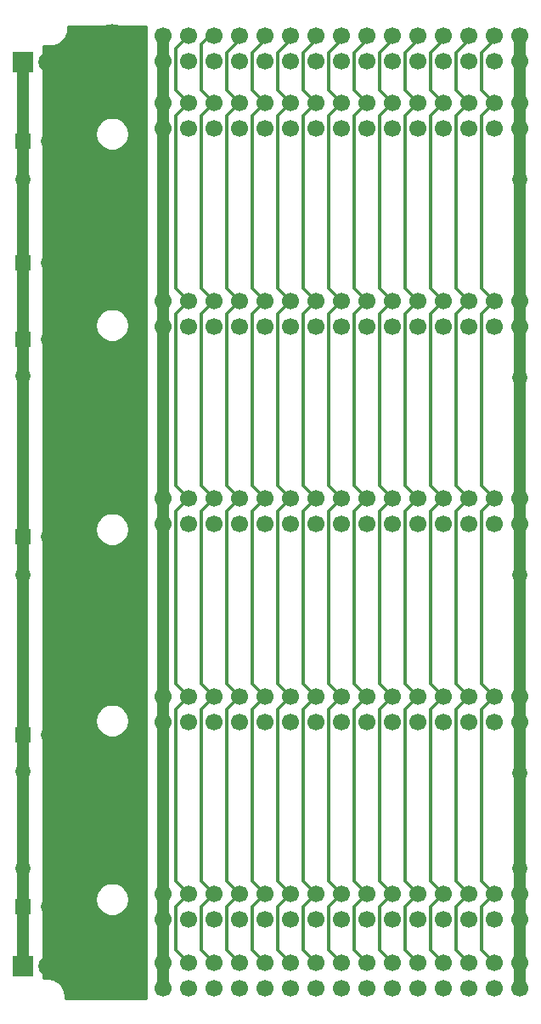
<source format=gbr>
G04 DipTrace 4.3.0.5*
G04 2 - Bottom.gbr*
%MOMM*%
G04 #@! TF.FileFunction,Copper,L2,Bot*
G04 #@! TF.Part,Single*
G04 #@! TA.AperFunction,Conductor*
%ADD16C,1.0*%
%ADD17C,0.3302*%
%ADD18C,1.2*%
G04 #@! TA.AperFunction,CopperBalancing*
%ADD19C,0.381*%
G04 #@! TA.AperFunction,ComponentPad*
%ADD24C,1.7*%
%ADD25R,1.5X1.5*%
%ADD26C,1.5*%
%ADD27R,2.0X2.0*%
%ADD28C,2.0*%
%ADD29C,4.0*%
%FSLAX35Y35*%
G04*
G71*
G90*
G75*
G01*
G04 Bottom*
%LPD*%
X-1143000Y812127D2*
D16*
Y224750D1*
Y9225877D2*
X-508000D1*
Y9398000D1*
Y129500D2*
X-762000D1*
Y1526503D1*
X-508000D1*
X-762000D2*
Y3558503D1*
X-508000D1*
X-762000D2*
Y5463500D1*
X-508000D1*
X-762000D2*
Y7495503D1*
X-508000D1*
X-1143000Y9225877D2*
Y8432127D1*
X-762000Y7495503D2*
Y9398000D1*
X-508000D1*
X-1143000Y7225627D2*
Y6463627D1*
Y8432127D2*
D17*
Y7225627D1*
Y6463627D2*
Y4495127D1*
Y2526623D1*
Y812127D1*
X3556000Y9483877D2*
D18*
Y9229877D1*
Y8813127D2*
Y8559127D1*
Y8051123D1*
Y6844627D1*
Y6590627D1*
Y6082627D1*
Y4876127D1*
Y4622127D1*
Y4114127D1*
Y2907627D1*
Y2145627D1*
Y1193127D1*
Y939123D1*
Y685123D1*
Y254000D1*
Y0D1*
Y2907627D2*
Y2653627D1*
Y9229877D2*
Y8813127D1*
X0Y9483877D2*
Y9229877D1*
Y8813127D1*
Y8559127D1*
Y6844627D1*
Y6590627D1*
Y4876127D1*
Y4622127D1*
Y2907627D1*
Y2653627D1*
Y939123D1*
Y685123D1*
Y254000D1*
Y0D1*
X-1397000Y9225877D2*
Y8432127D1*
Y7225627D1*
Y6463627D1*
Y4495127D1*
Y2526623D1*
Y812127D1*
Y224750D1*
X254000Y8813123D2*
D17*
X127000Y8686127D1*
Y6971623D1*
X254000Y6844627D1*
X127000Y6717627D1*
Y5003127D1*
X254000Y4876127D1*
X127000Y4749127D1*
Y3034627D1*
X254000Y2907627D1*
X127000Y2780627D1*
Y1066120D1*
X254000Y939123D1*
X127000Y812123D1*
Y381000D1*
X254000Y254000D1*
Y8813123D2*
X127000Y8940123D1*
Y9356877D1*
X254000Y9483877D1*
X508000D2*
X466877D1*
X381000Y9398000D1*
Y8940123D1*
X508000Y8813123D1*
X381000Y8686127D1*
Y6971623D1*
X508000Y6844627D1*
X381000Y6717627D1*
Y5003127D1*
X508000Y4876127D1*
X381000Y4749127D1*
Y3034627D1*
X508000Y2907627D1*
X381000Y2780627D1*
Y1066120D1*
X508000Y939123D1*
X381000Y812123D1*
Y381000D1*
X508000Y254000D1*
X762000Y9483877D2*
Y9445623D1*
X635000Y9318623D1*
Y8940123D1*
X762000Y8813123D1*
X635000Y8686127D1*
Y6971623D1*
X762000Y6844627D1*
X635000Y6717627D1*
Y5003127D1*
X762000Y4876127D1*
X635000Y4749127D1*
Y3034627D1*
X762000Y2907627D1*
X635000Y2780627D1*
Y1066120D1*
X762000Y939123D1*
X635000Y812123D1*
Y381000D1*
X762000Y254000D1*
X1016000Y9483877D2*
Y9445623D1*
X889000Y9318623D1*
Y8940123D1*
X1016000Y8813123D1*
X889000Y8686127D1*
Y6971623D1*
X1016000Y6844627D1*
X889000Y6717627D1*
Y5003127D1*
X1016000Y4876127D1*
X889000Y4749127D1*
Y3034627D1*
X1016000Y2907627D1*
X889000Y2780627D1*
Y1066120D1*
X1016000Y939123D1*
X889000Y812123D1*
Y381000D1*
X1016000Y254000D1*
X1270000Y9483877D2*
Y9445623D1*
X1143000Y9318623D1*
Y8940123D1*
X1270000Y8813123D1*
X1143000Y8686127D1*
Y6971623D1*
X1270000Y6844627D1*
X1143000Y6717627D1*
Y5003127D1*
X1270000Y4876127D1*
X1143000Y4749127D1*
Y3034627D1*
X1270000Y2907627D1*
X1143000Y2780627D1*
Y1066120D1*
X1270000Y939123D1*
X1143000Y812123D1*
Y381000D1*
X1270000Y254000D1*
X1524000Y9483877D2*
Y9445623D1*
X1397000Y9318623D1*
Y8940123D1*
X1524000Y8813123D1*
X1397000Y8686127D1*
Y6971623D1*
X1524000Y6844627D1*
X1397000Y6717627D1*
Y5003127D1*
X1524000Y4876127D1*
X1397000Y4749127D1*
Y3034627D1*
X1524000Y2907627D1*
X1397000Y2780627D1*
Y1066120D1*
X1524000Y939123D1*
X1397000Y812123D1*
Y381000D1*
X1524000Y254000D1*
X1778000Y9483877D2*
Y9445623D1*
X1651000Y9318623D1*
Y8940123D1*
X1778000Y8813123D1*
X1651000Y8686127D1*
Y6971623D1*
X1778000Y6844627D1*
X1651000Y6717627D1*
Y5003127D1*
X1778000Y4876127D1*
X1651000Y4749127D1*
Y3034627D1*
X1778000Y2907627D1*
X1651000Y2780627D1*
Y1066120D1*
X1778000Y939123D1*
X1651000Y812123D1*
Y381000D1*
X1778000Y254000D1*
X2032000Y9483877D2*
Y9445623D1*
X1905000Y9318623D1*
Y8940123D1*
X2032000Y8813123D1*
X1905000Y8686127D1*
Y6971623D1*
X2032000Y6844627D1*
X1905000Y6717627D1*
Y5003127D1*
X2032000Y4876127D1*
X1905000Y4749127D1*
Y3034627D1*
X2032000Y2907627D1*
X1905000Y2780627D1*
Y1066120D1*
X2032000Y939123D1*
X1905000Y812123D1*
Y381000D1*
X2032000Y254000D1*
X2286000Y9483877D2*
Y9445623D1*
X2159000Y9318623D1*
Y8940123D1*
X2286000Y8813123D1*
X2159000Y8686127D1*
Y6971623D1*
X2286000Y6844627D1*
X2159000Y6717627D1*
Y5003127D1*
X2286000Y4876127D1*
X2159000Y4749127D1*
Y3034627D1*
X2286000Y2907627D1*
X2159000Y2780627D1*
Y1066120D1*
X2286000Y939123D1*
X2159000Y812123D1*
Y381000D1*
X2286000Y254000D1*
X2540000Y9483877D2*
Y9445623D1*
X2413000Y9318623D1*
Y8940123D1*
X2540000Y8813123D1*
X2413000Y8686127D1*
Y6971623D1*
X2540000Y6844627D1*
X2413000Y6717627D1*
Y5003127D1*
X2540000Y4876127D1*
X2413000Y4749127D1*
Y3034627D1*
X2540000Y2907627D1*
X2413000Y2780627D1*
Y1066120D1*
X2540000Y939123D1*
X2413000Y812123D1*
Y381000D1*
X2540000Y254000D1*
X2794000Y9483877D2*
Y9445623D1*
X2667000Y9318623D1*
Y8940123D1*
X2794000Y8813123D1*
X2667000Y8686127D1*
Y6971623D1*
X2794000Y6844627D1*
X2667000Y6717627D1*
Y5003127D1*
X2794000Y4876127D1*
X2667000Y4749127D1*
Y3034627D1*
X2794000Y2907627D1*
X2667000Y2780627D1*
Y1066120D1*
X2794000Y939123D1*
X2667000Y812123D1*
Y381000D1*
X2794000Y254000D1*
X3048000Y9483877D2*
Y9445623D1*
X2921000Y9318623D1*
Y8940123D1*
X3048000Y8813123D1*
X2921000Y8686127D1*
Y6971623D1*
X3048000Y6844627D1*
X2921000Y6717627D1*
Y5003127D1*
X3048000Y4876127D1*
X2921000Y4749127D1*
Y3034627D1*
X3048000Y2907627D1*
X2921000Y2780627D1*
Y1066120D1*
X3048000Y939123D1*
X2921000Y812123D1*
Y381000D1*
X3048000Y254000D1*
X3302000Y9483877D2*
Y9445623D1*
X3175000Y9318623D1*
Y8940123D1*
X3302000Y8813123D1*
X3175000Y8686127D1*
Y6971623D1*
X3302000Y6844627D1*
X3175000Y6717627D1*
Y5003127D1*
X3302000Y4876127D1*
X3175000Y4749127D1*
Y3034627D1*
X3302000Y2907627D1*
X3175000Y2780627D1*
Y1066120D1*
X3302000Y939123D1*
X3175000Y812123D1*
Y381000D1*
X3302000Y254000D1*
X-934520Y9531683D2*
D19*
X-181630D1*
X-943970Y9493917D2*
X-181630D1*
X-962760Y9456150D2*
X-181630D1*
X-995280Y9418383D2*
X-181630D1*
X-1061620Y9380617D2*
X-181630D1*
X-1183620Y9342850D2*
X-181630D1*
X-1183620Y9305083D2*
X-181630D1*
X-1183620Y9267317D2*
X-181630D1*
X-1183620Y9229550D2*
X-181630D1*
X-1183620Y9191783D2*
X-181630D1*
X-1183620Y9154017D2*
X-181630D1*
X-1183620Y9116250D2*
X-181630D1*
X-1183620Y9078483D2*
X-181630D1*
X-1183620Y9040717D2*
X-181630D1*
X-1183620Y9002950D2*
X-181630D1*
X-1183620Y8965183D2*
X-181630D1*
X-1183620Y8927417D2*
X-181630D1*
X-1183620Y8889650D2*
X-181630D1*
X-1183620Y8851883D2*
X-181630D1*
X-1183620Y8814117D2*
X-181630D1*
X-1183620Y8776350D2*
X-181630D1*
X-1183620Y8738583D2*
X-181630D1*
X-1183620Y8700817D2*
X-181630D1*
X-1183620Y8663050D2*
X-594440D1*
X-421547D2*
X-181630D1*
X-1183620Y8625283D2*
X-642327D1*
X-373660D2*
X-181630D1*
X-1183620Y8587517D2*
X-668000D1*
X-347990D2*
X-181630D1*
X-1183620Y8549750D2*
X-681803D1*
X-334183D2*
X-181630D1*
X-1183620Y8511983D2*
X-686603D1*
X-329387D2*
X-181630D1*
X-1183620Y8474217D2*
X-683143D1*
X-332883D2*
X-181630D1*
X-1183620Y8436450D2*
X-670863D1*
X-345160D2*
X-181630D1*
X-1183620Y8398683D2*
X-647423D1*
X-368563D2*
X-181630D1*
X-1183620Y8360917D2*
X-604710D1*
X-411277D2*
X-181630D1*
X-1183620Y8323150D2*
X-181630D1*
X-1183620Y8285383D2*
X-181630D1*
X-1183620Y8247617D2*
X-181630D1*
X-1183620Y8209850D2*
X-181630D1*
X-1183620Y8172083D2*
X-181630D1*
X-1183620Y8134317D2*
X-181630D1*
X-1183620Y8096550D2*
X-181630D1*
X-1183620Y8058783D2*
X-181630D1*
X-1183620Y8021017D2*
X-181630D1*
X-1183620Y7983250D2*
X-181630D1*
X-1183620Y7945483D2*
X-181630D1*
X-1183620Y7907717D2*
X-181630D1*
X-1183620Y7869950D2*
X-181630D1*
X-1183620Y7832183D2*
X-181630D1*
X-1183620Y7794417D2*
X-181630D1*
X-1183620Y7756650D2*
X-181630D1*
X-1183620Y7718883D2*
X-181630D1*
X-1183620Y7681117D2*
X-181630D1*
X-1183620Y7643350D2*
X-181630D1*
X-1183620Y7605583D2*
X-181630D1*
X-1183620Y7567817D2*
X-181630D1*
X-1183620Y7530050D2*
X-181630D1*
X-1183620Y7492283D2*
X-181630D1*
X-1183620Y7454517D2*
X-181630D1*
X-1183620Y7416750D2*
X-181630D1*
X-1183620Y7378983D2*
X-181630D1*
X-1183620Y7341217D2*
X-181630D1*
X-1183620Y7303450D2*
X-181630D1*
X-1183620Y7265683D2*
X-181630D1*
X-1183620Y7227917D2*
X-181630D1*
X-1183620Y7190150D2*
X-181630D1*
X-1183620Y7152383D2*
X-181630D1*
X-1183620Y7114617D2*
X-181630D1*
X-1183620Y7076850D2*
X-181630D1*
X-1183620Y7039083D2*
X-181630D1*
X-1183620Y7001317D2*
X-181630D1*
X-1183620Y6963550D2*
X-181630D1*
X-1183620Y6925783D2*
X-181630D1*
X-1183620Y6888017D2*
X-181630D1*
X-1183620Y6850250D2*
X-181630D1*
X-1183620Y6812483D2*
X-181630D1*
X-1183620Y6774717D2*
X-549420D1*
X-466567D2*
X-181630D1*
X-1183620Y6736950D2*
X-625323D1*
X-390703D2*
X-181630D1*
X-1183620Y6699183D2*
X-658437D1*
X-357550D2*
X-181630D1*
X-1183620Y6661417D2*
X-676930D1*
X-339060D2*
X-181630D1*
X-1183620Y6623650D2*
X-685523D1*
X-330500D2*
X-181630D1*
X-1183620Y6585883D2*
X-685673D1*
X-330317D2*
X-181630D1*
X-1183620Y6548117D2*
X-677450D1*
X-338537D2*
X-181630D1*
X-1183620Y6510350D2*
X-659403D1*
X-356583D2*
X-181630D1*
X-1183620Y6472583D2*
X-627070D1*
X-388917D2*
X-181630D1*
X-1183620Y6434817D2*
X-555820D1*
X-460207D2*
X-181630D1*
X-1183620Y6397050D2*
X-181630D1*
X-1183620Y6359283D2*
X-181630D1*
X-1183620Y6321517D2*
X-181630D1*
X-1183620Y6283750D2*
X-181630D1*
X-1183620Y6245983D2*
X-181630D1*
X-1183620Y6208217D2*
X-181630D1*
X-1183620Y6170450D2*
X-181630D1*
X-1183620Y6132683D2*
X-181630D1*
X-1183620Y6094917D2*
X-181630D1*
X-1183620Y6057150D2*
X-181630D1*
X-1183620Y6019383D2*
X-181630D1*
X-1183620Y5981617D2*
X-181630D1*
X-1183620Y5943850D2*
X-181630D1*
X-1183620Y5906083D2*
X-181630D1*
X-1183620Y5868317D2*
X-181630D1*
X-1183620Y5830550D2*
X-181630D1*
X-1183620Y5792783D2*
X-181630D1*
X-1183620Y5755017D2*
X-181630D1*
X-1183620Y5717250D2*
X-181630D1*
X-1183620Y5679483D2*
X-181630D1*
X-1183620Y5641717D2*
X-181630D1*
X-1183620Y5603950D2*
X-181630D1*
X-1183620Y5566183D2*
X-181630D1*
X-1183620Y5528417D2*
X-181630D1*
X-1183620Y5490650D2*
X-181630D1*
X-1183620Y5452883D2*
X-181630D1*
X-1183620Y5415117D2*
X-181630D1*
X-1183620Y5377350D2*
X-181630D1*
X-1183620Y5339583D2*
X-181630D1*
X-1183620Y5301817D2*
X-181630D1*
X-1183620Y5264050D2*
X-181630D1*
X-1183620Y5226283D2*
X-181630D1*
X-1183620Y5188517D2*
X-181630D1*
X-1183620Y5150750D2*
X-181630D1*
X-1183620Y5112983D2*
X-181630D1*
X-1183620Y5075217D2*
X-181630D1*
X-1183620Y5037450D2*
X-181630D1*
X-1183620Y4999683D2*
X-181630D1*
X-1183620Y4961917D2*
X-181630D1*
X-1183620Y4924150D2*
X-181630D1*
X-1183620Y4886383D2*
X-181630D1*
X-1183620Y4848617D2*
X-181630D1*
X-1183620Y4810850D2*
X-181630D1*
X-1183620Y4773083D2*
X-181630D1*
X-1183620Y4735317D2*
X-574163D1*
X-441863D2*
X-181630D1*
X-1183620Y4697550D2*
X-633433D1*
X-382553D2*
X-181630D1*
X-1183620Y4659783D2*
X-662977D1*
X-353010D2*
X-181630D1*
X-1183620Y4622017D2*
X-679310D1*
X-336677D2*
X-181630D1*
X-1183620Y4584250D2*
X-686193D1*
X-329793D2*
X-181630D1*
X-1183620Y4546483D2*
X-684743D1*
X-331247D2*
X-181630D1*
X-1183620Y4508717D2*
X-674770D1*
X-341217D2*
X-181630D1*
X-1183620Y4470950D2*
X-654457D1*
X-361533D2*
X-181630D1*
X-1183620Y4433183D2*
X-618067D1*
X-397957D2*
X-181630D1*
X-1183620Y4395417D2*
X-181630D1*
X-1183620Y4357650D2*
X-181630D1*
X-1183620Y4319883D2*
X-181630D1*
X-1183620Y4282117D2*
X-181630D1*
X-1183620Y4244350D2*
X-181630D1*
X-1183620Y4206583D2*
X-181630D1*
X-1183620Y4168817D2*
X-181630D1*
X-1183620Y4131050D2*
X-181630D1*
X-1183620Y4093283D2*
X-181630D1*
X-1183620Y4055517D2*
X-181630D1*
X-1183620Y4017750D2*
X-181630D1*
X-1183620Y3979983D2*
X-181630D1*
X-1183620Y3942217D2*
X-181630D1*
X-1183620Y3904450D2*
X-181630D1*
X-1183620Y3866683D2*
X-181630D1*
X-1183620Y3828917D2*
X-181630D1*
X-1183620Y3791150D2*
X-181630D1*
X-1183620Y3753383D2*
X-181630D1*
X-1183620Y3715617D2*
X-181630D1*
X-1183620Y3677850D2*
X-181630D1*
X-1183620Y3640083D2*
X-181630D1*
X-1183620Y3602317D2*
X-181630D1*
X-1183620Y3564550D2*
X-181630D1*
X-1183620Y3526783D2*
X-181630D1*
X-1183620Y3489017D2*
X-181630D1*
X-1183620Y3451250D2*
X-181630D1*
X-1183620Y3413483D2*
X-181630D1*
X-1183620Y3375717D2*
X-181630D1*
X-1183620Y3337950D2*
X-181630D1*
X-1183620Y3300183D2*
X-181630D1*
X-1183620Y3262417D2*
X-181630D1*
X-1183620Y3224650D2*
X-181630D1*
X-1183620Y3186883D2*
X-181630D1*
X-1183620Y3149117D2*
X-181630D1*
X-1183620Y3111350D2*
X-181630D1*
X-1183620Y3073583D2*
X-181630D1*
X-1183620Y3035817D2*
X-181630D1*
X-1183620Y2998050D2*
X-181630D1*
X-1183620Y2960283D2*
X-181630D1*
X-1183620Y2922517D2*
X-181630D1*
X-1183620Y2884750D2*
X-181630D1*
X-1183620Y2846983D2*
X-181630D1*
X-1183620Y2809217D2*
X-613453D1*
X-402533D2*
X-181630D1*
X-1183620Y2771450D2*
X-652000D1*
X-364023D2*
X-181630D1*
X-1183620Y2733683D2*
X-673393D1*
X-342593D2*
X-181630D1*
X-1183620Y2695917D2*
X-684220D1*
X-331803D2*
X-181630D1*
X-1183620Y2658150D2*
X-686417D1*
X-329610D2*
X-181630D1*
X-1183620Y2620383D2*
X-680277D1*
X-335710D2*
X-181630D1*
X-1183620Y2582617D2*
X-664910D1*
X-351077D2*
X-181630D1*
X-1183620Y2544850D2*
X-636857D1*
X-379130D2*
X-181630D1*
X-1183620Y2507083D2*
X-582423D1*
X-433563D2*
X-181630D1*
X-1183620Y2469317D2*
X-181630D1*
X-1183620Y2431550D2*
X-181630D1*
X-1183620Y2393783D2*
X-181630D1*
X-1183620Y2356017D2*
X-181630D1*
X-1183620Y2318250D2*
X-181630D1*
X-1183620Y2280483D2*
X-181630D1*
X-1183620Y2242717D2*
X-181630D1*
X-1183620Y2204950D2*
X-181630D1*
X-1183620Y2167183D2*
X-181630D1*
X-1183620Y2129417D2*
X-181630D1*
X-1183620Y2091650D2*
X-181630D1*
X-1183620Y2053883D2*
X-181630D1*
X-1183620Y2016117D2*
X-181630D1*
X-1183620Y1978350D2*
X-181630D1*
X-1183620Y1940583D2*
X-181630D1*
X-1183620Y1902817D2*
X-181630D1*
X-1183620Y1865050D2*
X-181630D1*
X-1183620Y1827283D2*
X-181630D1*
X-1183620Y1789517D2*
X-181630D1*
X-1183620Y1751750D2*
X-181630D1*
X-1183620Y1713983D2*
X-181630D1*
X-1183620Y1676217D2*
X-181630D1*
X-1183620Y1638450D2*
X-181630D1*
X-1183620Y1600683D2*
X-181630D1*
X-1183620Y1562917D2*
X-181630D1*
X-1183620Y1525150D2*
X-181630D1*
X-1183620Y1487383D2*
X-181630D1*
X-1183620Y1449617D2*
X-181630D1*
X-1183620Y1411850D2*
X-181630D1*
X-1183620Y1374083D2*
X-181630D1*
X-1183620Y1336317D2*
X-181630D1*
X-1183620Y1298550D2*
X-181630D1*
X-1183620Y1260783D2*
X-181630D1*
X-1183620Y1223017D2*
X-181630D1*
X-1183620Y1185250D2*
X-181630D1*
X-1183620Y1147483D2*
X-181630D1*
X-1183620Y1109717D2*
X-181630D1*
X-1183620Y1071950D2*
X-181630D1*
X-1183620Y1034183D2*
X-609173D1*
X-406813D2*
X-181630D1*
X-1183620Y996417D2*
X-649730D1*
X-366257D2*
X-181630D1*
X-1183620Y958650D2*
X-672130D1*
X-343860D2*
X-181630D1*
X-1183620Y920883D2*
X-683700D1*
X-332323D2*
X-181630D1*
X-1183620Y883117D2*
X-686527D1*
X-329460D2*
X-181630D1*
X-1183620Y845350D2*
X-681097D1*
X-334930D2*
X-181630D1*
X-1183620Y807583D2*
X-666510D1*
X-349477D2*
X-181630D1*
X-1183620Y769817D2*
X-639683D1*
X-376303D2*
X-181630D1*
X-1183620Y732050D2*
X-588787D1*
X-427203D2*
X-181630D1*
X-1183620Y694283D2*
X-181630D1*
X-1183620Y656517D2*
X-181630D1*
X-1183620Y618750D2*
X-181630D1*
X-1183620Y580983D2*
X-181630D1*
X-1183620Y543217D2*
X-181630D1*
X-1183620Y505450D2*
X-181630D1*
X-1183620Y467683D2*
X-181630D1*
X-1183620Y429917D2*
X-181630D1*
X-1183620Y392150D2*
X-181630D1*
X-1183620Y354383D2*
X-181630D1*
X-1183620Y316617D2*
X-181630D1*
X-1183620Y278850D2*
X-181630D1*
X-1183620Y241083D2*
X-181630D1*
X-1183620Y203317D2*
X-181630D1*
X-1183620Y165550D2*
X-181630D1*
X-1183620Y127783D2*
X-181630D1*
X-1064077Y90017D2*
X-181630D1*
X-1014403Y52250D2*
X-181630D1*
X-987130Y14483D2*
X-181630D1*
X-971653Y-23283D2*
X-181630D1*
X-965217Y-61050D2*
X-181630D1*
X-334223Y869987D2*
X-337300Y851310D1*
X-342373Y833077D1*
X-349393Y815497D1*
X-358270Y798780D1*
X-368900Y783120D1*
X-381163Y768700D1*
X-394913Y755693D1*
X-409990Y744247D1*
X-426217Y734500D1*
X-443400Y726563D1*
X-461340Y720530D1*
X-479830Y716473D1*
X-498647Y714437D1*
X-517577Y714450D1*
X-536393Y716510D1*
X-554877Y720590D1*
X-572810Y726647D1*
X-589983Y734603D1*
X-606197Y744373D1*
X-621257Y755837D1*
X-634990Y768863D1*
X-647233Y783297D1*
X-657847Y798970D1*
X-666703Y815700D1*
X-673697Y833290D1*
X-678750Y851530D1*
X-681800Y870210D1*
X-682813Y889113D1*
X-681777Y908013D1*
X-678700Y926690D1*
X-673627Y944923D1*
X-666607Y962503D1*
X-657730Y979220D1*
X-647100Y994880D1*
X-634837Y1009300D1*
X-621087Y1022307D1*
X-606010Y1033753D1*
X-589783Y1043500D1*
X-572600Y1051437D1*
X-554660Y1057470D1*
X-536170Y1061527D1*
X-517353Y1063563D1*
X-498423Y1063550D1*
X-479607Y1061490D1*
X-461123Y1057410D1*
X-443190Y1051353D1*
X-426017Y1043397D1*
X-409803Y1033627D1*
X-394743Y1022163D1*
X-381010Y1009137D1*
X-368767Y994703D1*
X-358153Y979030D1*
X-349297Y962300D1*
X-342303Y944710D1*
X-337250Y926470D1*
X-334200Y907790D1*
X-333187Y889000D1*
X-334223Y869987D1*
Y2647987D2*
X-337300Y2629310D1*
X-342373Y2611077D1*
X-349393Y2593497D1*
X-358270Y2576780D1*
X-368900Y2561120D1*
X-381163Y2546700D1*
X-394913Y2533693D1*
X-409990Y2522247D1*
X-426217Y2512500D1*
X-443400Y2504563D1*
X-461340Y2498530D1*
X-479830Y2494473D1*
X-498647Y2492437D1*
X-517577Y2492450D1*
X-536393Y2494510D1*
X-554877Y2498590D1*
X-572810Y2504647D1*
X-589983Y2512603D1*
X-606197Y2522373D1*
X-621257Y2533837D1*
X-634990Y2546863D1*
X-647233Y2561297D1*
X-657847Y2576970D1*
X-666703Y2593700D1*
X-673697Y2611290D1*
X-678750Y2629530D1*
X-681800Y2648210D1*
X-682813Y2667113D1*
X-681777Y2686013D1*
X-678700Y2704690D1*
X-673627Y2722923D1*
X-666607Y2740503D1*
X-657730Y2757220D1*
X-647100Y2772880D1*
X-634837Y2787300D1*
X-621087Y2800307D1*
X-606010Y2811753D1*
X-589783Y2821500D1*
X-572600Y2829437D1*
X-554660Y2835470D1*
X-536170Y2839527D1*
X-517353Y2841563D1*
X-498423Y2841550D1*
X-479607Y2839490D1*
X-461123Y2835410D1*
X-443190Y2829353D1*
X-426017Y2821397D1*
X-409803Y2811627D1*
X-394743Y2800163D1*
X-381010Y2787137D1*
X-368767Y2772703D1*
X-358153Y2757030D1*
X-349297Y2740300D1*
X-342303Y2722710D1*
X-337250Y2704470D1*
X-334200Y2685790D1*
X-333187Y2667000D1*
X-334223Y2647987D1*
Y4552987D2*
X-337300Y4534310D1*
X-342373Y4516077D1*
X-349393Y4498497D1*
X-358270Y4481780D1*
X-368900Y4466120D1*
X-381163Y4451700D1*
X-394913Y4438693D1*
X-409990Y4427247D1*
X-426217Y4417500D1*
X-443400Y4409563D1*
X-461340Y4403530D1*
X-479830Y4399473D1*
X-498647Y4397437D1*
X-517577Y4397450D1*
X-536393Y4399510D1*
X-554877Y4403590D1*
X-572810Y4409647D1*
X-589983Y4417603D1*
X-606197Y4427373D1*
X-621257Y4438837D1*
X-634990Y4451863D1*
X-647233Y4466297D1*
X-657847Y4481970D1*
X-666703Y4498700D1*
X-673697Y4516290D1*
X-678750Y4534530D1*
X-681800Y4553210D1*
X-682813Y4572113D1*
X-681777Y4591013D1*
X-678700Y4609690D1*
X-673627Y4627923D1*
X-666607Y4645503D1*
X-657730Y4662220D1*
X-647100Y4677880D1*
X-634837Y4692300D1*
X-621087Y4705307D1*
X-606010Y4716753D1*
X-589783Y4726500D1*
X-572600Y4734437D1*
X-554660Y4740470D1*
X-536170Y4744527D1*
X-517353Y4746563D1*
X-498423Y4746550D1*
X-479607Y4744490D1*
X-461123Y4740410D1*
X-443190Y4734353D1*
X-426017Y4726397D1*
X-409803Y4716627D1*
X-394743Y4705163D1*
X-381010Y4692137D1*
X-368767Y4677703D1*
X-358153Y4662030D1*
X-349297Y4645300D1*
X-342303Y4627710D1*
X-337250Y4609470D1*
X-334200Y4590790D1*
X-333187Y4572000D1*
X-334223Y4552987D1*
Y6584987D2*
X-337300Y6566310D1*
X-342373Y6548077D1*
X-349393Y6530497D1*
X-358270Y6513780D1*
X-368900Y6498120D1*
X-381163Y6483700D1*
X-394913Y6470693D1*
X-409990Y6459247D1*
X-426217Y6449500D1*
X-443400Y6441563D1*
X-461340Y6435530D1*
X-479830Y6431473D1*
X-498647Y6429437D1*
X-517577Y6429450D1*
X-536393Y6431510D1*
X-554877Y6435590D1*
X-572810Y6441647D1*
X-589983Y6449603D1*
X-606197Y6459373D1*
X-621257Y6470837D1*
X-634990Y6483863D1*
X-647233Y6498297D1*
X-657847Y6513970D1*
X-666703Y6530700D1*
X-673697Y6548290D1*
X-678750Y6566530D1*
X-681800Y6585210D1*
X-682813Y6604113D1*
X-681777Y6623013D1*
X-678700Y6641690D1*
X-673627Y6659923D1*
X-666607Y6677503D1*
X-657730Y6694220D1*
X-647100Y6709880D1*
X-634837Y6724300D1*
X-621087Y6737307D1*
X-606010Y6748753D1*
X-589783Y6758500D1*
X-572600Y6766437D1*
X-554660Y6772470D1*
X-536170Y6776527D1*
X-517353Y6778563D1*
X-498423Y6778550D1*
X-479607Y6776490D1*
X-461123Y6772410D1*
X-443190Y6766353D1*
X-426017Y6758397D1*
X-409803Y6748627D1*
X-394743Y6737163D1*
X-381010Y6724137D1*
X-368767Y6709703D1*
X-358153Y6694030D1*
X-349297Y6677300D1*
X-342303Y6659710D1*
X-337250Y6641470D1*
X-334200Y6622790D1*
X-333187Y6604000D1*
X-334223Y6584987D1*
Y8489987D2*
X-337300Y8471310D1*
X-342373Y8453077D1*
X-349393Y8435497D1*
X-358270Y8418780D1*
X-368900Y8403120D1*
X-381163Y8388700D1*
X-394913Y8375693D1*
X-409990Y8364247D1*
X-426217Y8354500D1*
X-443400Y8346563D1*
X-461340Y8340530D1*
X-479830Y8336473D1*
X-498647Y8334437D1*
X-517577Y8334450D1*
X-536393Y8336510D1*
X-554877Y8340590D1*
X-572810Y8346647D1*
X-589983Y8354603D1*
X-606197Y8364373D1*
X-621257Y8375837D1*
X-634990Y8388863D1*
X-647233Y8403297D1*
X-657847Y8418970D1*
X-666703Y8435700D1*
X-673697Y8453290D1*
X-678750Y8471530D1*
X-681800Y8490210D1*
X-682813Y8509113D1*
X-681777Y8528013D1*
X-678700Y8546690D1*
X-673627Y8564923D1*
X-666607Y8582503D1*
X-657730Y8599220D1*
X-647100Y8614880D1*
X-634837Y8629300D1*
X-621087Y8642307D1*
X-606010Y8653753D1*
X-589783Y8663500D1*
X-572600Y8671437D1*
X-554660Y8677470D1*
X-536170Y8681527D1*
X-517353Y8683563D1*
X-498423Y8683550D1*
X-479607Y8681490D1*
X-461123Y8677410D1*
X-443190Y8671353D1*
X-426017Y8663397D1*
X-409803Y8653627D1*
X-394743Y8642163D1*
X-381010Y8629137D1*
X-368767Y8614703D1*
X-358153Y8599030D1*
X-349297Y8582300D1*
X-342303Y8564710D1*
X-337250Y8546470D1*
X-334200Y8527790D1*
X-333187Y8509000D1*
X-334223Y8489987D1*
X-1018323Y52387D2*
X-1010557Y43530D1*
X-1002953Y33617D1*
X-996450Y23877D1*
X-990203Y13057D1*
X-985027Y2550D1*
X-980247Y-8993D1*
X-976487Y-20087D1*
X-973253Y-32153D1*
X-970973Y-43643D1*
X-969343Y-56030D1*
X-968580Y-67717D1*
X-968377Y-92083D1*
X-177787Y-92077D1*
X-177800Y384143D1*
Y9569460D1*
X-936613Y9569450D1*
X-936627Y9556730D1*
X-936843Y9550297D1*
X-937593Y9538850D1*
X-939223Y9526443D1*
X-941507Y9514973D1*
X-944740Y9502890D1*
X-948500Y9491813D1*
X-953283Y9480257D1*
X-958457Y9469767D1*
X-964710Y9458930D1*
X-971207Y9449207D1*
X-978820Y9439280D1*
X-986530Y9430487D1*
X-995377Y9421637D1*
X-1004167Y9413927D1*
X-1014090Y9406307D1*
X-1023817Y9399810D1*
X-1034647Y9393553D1*
X-1045137Y9388380D1*
X-1056693Y9383587D1*
X-1067770Y9379830D1*
X-1079853Y9376587D1*
X-1091323Y9374307D1*
X-1103727Y9372670D1*
X-1115397Y9371903D1*
X-1121680Y9371697D1*
X-1187463D1*
X-1187450Y8959880D1*
Y111137D1*
X-1153407Y111127D1*
X-1147133Y110920D1*
X-1135457Y110153D1*
X-1123073Y108520D1*
X-1111583Y106233D1*
X-1099517Y102997D1*
X-1088427Y99230D1*
X-1076887Y94447D1*
X-1066380Y89263D1*
X-1055563Y83017D1*
X-1045827Y76507D1*
X-1035917Y68900D1*
X-1027327Y61363D1*
X-1018323Y52387D1*
D24*
X0Y9229877D3*
Y9483877D3*
X254000Y9229877D3*
Y9483877D3*
X508000Y9229877D3*
Y9483877D3*
X762000Y9229877D3*
Y9483877D3*
X1016000Y9229877D3*
Y9483877D3*
X1270000Y9229877D3*
Y9483877D3*
X1524000Y9229877D3*
Y9483877D3*
X1778000Y9229877D3*
Y9483877D3*
X2032000Y9229877D3*
Y9483877D3*
X2286000Y9229877D3*
Y9483877D3*
X2540000Y9229877D3*
Y9483877D3*
X2794000Y9229877D3*
Y9483877D3*
X3048000Y9229877D3*
Y9483877D3*
X3302000Y9229877D3*
Y9483877D3*
X3556000Y9229877D3*
Y9483877D3*
D25*
X-1397000Y7225627D3*
D24*
X0Y8559127D3*
Y8813127D3*
X254000Y8559127D3*
Y8813127D3*
X508000Y8559127D3*
Y8813127D3*
X762000Y8559127D3*
Y8813127D3*
X1016000Y8559127D3*
Y8813127D3*
X1270000Y8559127D3*
Y8813127D3*
X1524000Y8559127D3*
Y8813127D3*
X1778000Y8559127D3*
Y8813127D3*
X2032000Y8559127D3*
Y8813127D3*
X2286000Y8559127D3*
Y8813127D3*
X2540000Y8559127D3*
Y8813127D3*
X2794000Y8559127D3*
Y8813127D3*
X3048000Y8559127D3*
Y8813127D3*
X3302000Y8559127D3*
Y8813127D3*
X3556000Y8559127D3*
Y8813127D3*
X0Y6590627D3*
Y6844627D3*
X254000Y6590627D3*
Y6844627D3*
X508000Y6590627D3*
Y6844627D3*
X762000Y6590627D3*
Y6844627D3*
X1016000Y6590627D3*
Y6844627D3*
X1270000Y6590627D3*
Y6844627D3*
X1524000Y6590627D3*
Y6844627D3*
X1778000Y6590627D3*
Y6844627D3*
X2032000Y6590627D3*
Y6844627D3*
X2286000Y6590627D3*
Y6844627D3*
X2540000Y6590627D3*
Y6844627D3*
X2794000Y6590627D3*
Y6844627D3*
X3048000Y6590627D3*
Y6844627D3*
X3302000Y6590627D3*
Y6844627D3*
X3556000Y6590627D3*
Y6844627D3*
X0Y4622127D3*
Y4876127D3*
X254000Y4622127D3*
Y4876127D3*
X508000Y4622127D3*
Y4876127D3*
X762000Y4622127D3*
Y4876127D3*
X1016000Y4622127D3*
Y4876127D3*
X1270000Y4622127D3*
Y4876127D3*
X1524000Y4622127D3*
Y4876127D3*
X1778000Y4622127D3*
Y4876127D3*
X2032000Y4622127D3*
Y4876127D3*
X2286000Y4622127D3*
Y4876127D3*
X2540000Y4622127D3*
Y4876127D3*
X2794000Y4622127D3*
Y4876127D3*
X3048000Y4622127D3*
Y4876127D3*
X3302000Y4622127D3*
Y4876127D3*
X3556000Y4622127D3*
Y4876127D3*
X0Y2653627D3*
Y2907627D3*
X254000Y2653627D3*
Y2907627D3*
X508000Y2653627D3*
Y2907627D3*
X762000Y2653627D3*
Y2907627D3*
X1016000Y2653627D3*
Y2907627D3*
X1270000Y2653627D3*
Y2907627D3*
X1524000Y2653627D3*
Y2907627D3*
X1778000Y2653627D3*
Y2907627D3*
X2032000Y2653627D3*
Y2907627D3*
X2286000Y2653627D3*
Y2907627D3*
X2540000Y2653627D3*
Y2907627D3*
X2794000Y2653627D3*
Y2907627D3*
X3048000Y2653627D3*
Y2907627D3*
X3302000Y2653627D3*
Y2907627D3*
X3556000Y2653627D3*
Y2907627D3*
X0Y685123D3*
Y939123D3*
X254000Y685123D3*
Y939123D3*
X508000Y685123D3*
Y939123D3*
X762000Y685123D3*
Y939123D3*
X1016000Y685123D3*
Y939123D3*
X1270000Y685123D3*
Y939123D3*
X1524000Y685123D3*
Y939123D3*
X1778000Y685123D3*
Y939123D3*
X2032000Y685123D3*
Y939123D3*
X2286000Y685123D3*
Y939123D3*
X2540000Y685123D3*
Y939123D3*
X2794000Y685123D3*
Y939123D3*
X3048000Y685123D3*
Y939123D3*
X3302000Y685123D3*
Y939123D3*
X3556000Y685123D3*
Y939123D3*
X0Y0D3*
Y254000D3*
X254000Y0D3*
Y254000D3*
X508000Y0D3*
Y254000D3*
X762000Y0D3*
Y254000D3*
X1016000Y0D3*
Y254000D3*
X1270000Y0D3*
Y254000D3*
X1524000Y0D3*
Y254000D3*
X1778000Y0D3*
Y254000D3*
X2032000Y0D3*
Y254000D3*
X2286000Y0D3*
Y254000D3*
X2540000Y0D3*
Y254000D3*
X2794000Y0D3*
Y254000D3*
X3048000Y0D3*
Y254000D3*
X3302000Y0D3*
Y254000D3*
X3556000Y0D3*
Y254000D3*
D26*
X-1143000Y7225627D3*
D27*
X-1397000Y9225877D3*
D28*
X-1143000D3*
D26*
X3556000Y8051123D3*
X-1397000Y6096000D3*
X3556000Y6082627D3*
X-1143000Y6463627D3*
D25*
X-1397000D3*
D26*
Y4114127D3*
X3556000D3*
X-1143000Y4495127D3*
D25*
X-1397000D3*
D26*
X3556000Y2145627D3*
X-1397000Y1193127D3*
X-1143000Y812127D3*
D25*
X-1397000D3*
D26*
Y8051123D3*
X-1143000Y8432127D3*
D25*
X-1397000D3*
D26*
Y2159000D3*
X-1143000Y2526623D3*
D25*
X-1397000D3*
D26*
X3556000Y1193127D3*
D27*
X-1397000Y224750D3*
D28*
X-1143000D3*
D29*
X-508000Y9398000D3*
Y7495503D3*
Y5463500D3*
Y3558503D3*
Y1526503D3*
Y129500D3*
M02*

</source>
